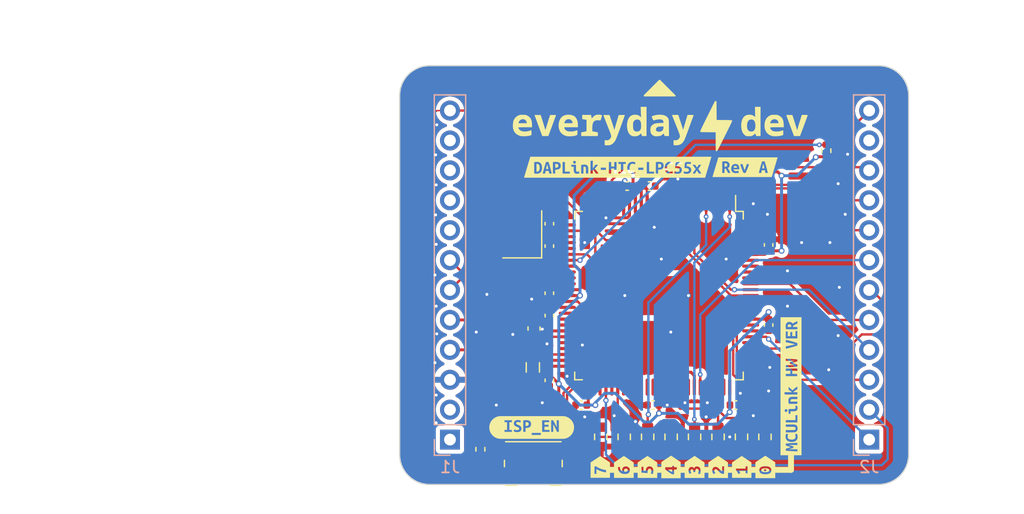
<source format=kicad_pcb>
(kicad_pcb (version 20221018) (generator pcbnew)
  (title_block (rev "Rev A"))
  (layers (0 "F.Cu" signal) (31 "B.Cu" signal) (34 "B.Paste" user) (35 "F.Paste" user) (36 "B.SilkS" user "B.Silkscreen") (37 "F.SilkS" user "F.Silkscreen") (38 "B.Mask" user) (39 "F.Mask" user) (44 "Edge.Cuts" user))
  (net 0 "")
  (net 1 "Net-(U2D-FB)")
  (net 2 "/TGT_TMS_SWDIO")
  (net 3 "/TGT_TCK_SWCLK")
  (net 4 "/TGT_TDO_SWO")
  (net 5 "/TGT_UART_RX")
  (net 6 "/TGT_TDI")
  (net 7 "/TGT_nRESET_FWRD")
  (net 8 "/TGT_UART_TX")
  (net 9 "/TGT_PWR_EN")
  (net 10 "/HIC_USB_N")
  (net 11 "/HIC_USB_P")
  (net 12 "/LED_MSC")
  (net 13 "/LED_CDC")
  (net 14 "/LED_HID")
  (net 15 "/LED_RUNNING")
  (net 16 "/ISP_EN-LED_A")
  (net 17 "/TGT_nRESET_OUT")
  (net 18 "+3V3")
  (net 19 "GND")
  (net 20 "VBUS")
  (net 21 "/HIC_TMS_SWDIO")
  (net 22 "/HIC_TCK_SWCLK")
  (net 23 "/HIC_TDO_SWO")
  (net 25 "/HIC_nRESET")
  (net 26 "Net-(U2D-LX)")
  (net 30 "/HW_VER_0")
  (net 32 "/HW_VER_1")
  (net 40 "/HW_VER_2")
  (net 41 "/HW_VER_3")
  (net 43 "/HW_VER_4")
  (net 46 "/16M_I")
  (net 47 "/16M_O")
  (net 49 "/HW_VER_5")
  (net 53 "/HW_VER_6")
  (net 63 "/HW_VER_7")
  (footprint "Capacitor_SMD:C_0402_1005Metric" (layer "F.Cu") (at 125.9 66.6)
    (fp_text reference "C5" hide)
    (fp_text value "0.1u")
  )
  (footprint "Resistor_SMD:R_0603_1608Metric" (layer "F.Cu") (at 135.6 87.9 90)
    (fp_text reference "R4" hide)
    (fp_text value "0R")
  )
  (footprint "Capacitor_SMD:C_0402_1005Metric" (layer "F.Cu") (at 119.3 83.1 90)
    (fp_text reference "C11" hide)
    (fp_text value "0.1u")
  )
  (footprint "kibuzzard-6548E80B" (layer "F.Cu") (at 135.9 65)
    (fp_text reference "kibuzzard-6548E80B" hide)
    (fp_text value "G***" hide)
  )
  (footprint "gld:everydaydev" (layer "F.Cu") (at 128.7 61.5)
    (fp_text reference "G***" hide)
    (fp_text value "LOGO" hide)
  )
  (footprint "Capacitor_SMD:C_0402_1005Metric" (layer "F.Cu") (at 127.8 66.6 180)
    (fp_text reference "C8" hide)
    (fp_text value "0.1u")
  )
  (footprint "Resistor_SMD:R_0603_1608Metric" (layer "F.Cu") (at 129.63 87.9 90)
    (fp_text reference "R7" hide)
    (fp_text value "0R")
  )
  (footprint "Capacitor_SMD:C_0402_1005Metric" (layer "F.Cu") (at 119.3 71.7 90)
    (fp_text reference "C13" hide)
    (fp_text value "18p")
  )
  (footprint "Resistor_SMD:R_0603_1608Metric" (layer "F.Cu") (at 127.64 87.9 90)
    (fp_text reference "R8" hide)
    (fp_text value "0R")
  )
  (footprint "daplink-hic-lpc55x:QFP-100_14x14_Pitch0.5mm" (layer "F.Cu") (at 128.6 75.9 -90)
    (fp_text reference "U2" hide)
    (fp_text value "LPC55x16JBD100")
  )
  (footprint "Inductor_SMD:L_0805_2012Metric" (layer "F.Cu") (at 117.9 82 -90)
    (fp_text reference "L1" hide)
    (fp_text value "4.7u")
  )
  (footprint "Resistor_SMD:R_0402_1005Metric" (layer "F.Cu") (at 113.45 88.95 -90)
    (fp_text reference "R2" hide)
    (fp_text value "10k")
  )
  (footprint "Capacitor_SMD:C_0402_1005Metric" (layer "F.Cu") (at 137.9 71.6 -90)
    (fp_text reference "C6" hide)
    (fp_text value "0.1u")
  )
  (footprint "Resistor_SMD:R_0402_1005Metric" (layer "F.Cu") (at 142.8 63.6 90)
    (fp_text reference "R1" hide)
    (fp_text value "10k")
  )
  (footprint "Capacitor_SMD:C_0603_1608Metric" (layer "F.Cu") (at 118 78.7 -90)
    (fp_text reference "C9" hide)
    (fp_text value "22u")
  )
  (footprint "kibuzzard-6567926F" (layer "F.Cu") (at 131.62 90.45 90)
    (fp_text reference "kibuzzard-6567926F" hide)
    (fp_text value "G***" hide)
  )
  (footprint "Resistor_SMD:R_0603_1608Metric" (layer "F.Cu") (at 131.62 87.9 90)
    (fp_text reference "R6" hide)
    (fp_text value "0R")
  )
  (footprint "Resistor_SMD:R_0603_1608Metric" (layer "F.Cu") (at 123.66 87.9 90)
    (fp_text reference "R10" hide)
    (fp_text value "0R")
  )
  (footprint "kibuzzard-6567926A" (layer "F.Cu") (at 129.62 90.45 90)
    (fp_text reference "kibuzzard-6567926A" hide)
    (fp_text value "G***" hide)
  )
  (footprint "Button_Switch_SMD:Panasonic_EVQPUJ_EVQPUA" (layer "F.Cu") (at 117.94 90.16 180)
    (fp_text reference "SW2" hide)
    (fp_text value "SW_Push")
  )
  (footprint "Resistor_SMD:R_0603_1608Metric" (layer "F.Cu") (at 125.65 87.9 90)
    (fp_text reference "R9" hide)
    (fp_text value "0R")
  )
  (footprint "Resistor_SMD:R_0603_1608Metric" (layer "F.Cu") (at 137.59 87.9 90)
    (fp_text reference "R3" hide)
    (fp_text value "0R")
  )
  (footprint "Capacitor_SMD:C_0402_1005Metric" (layer "F.Cu") (at 119.3 69.8 -90)
    (fp_text reference "C15" hide)
    (fp_text value "18p")
  )
  (footprint "kibuzzard-65679272" (layer "F.Cu") (at 133.62 90.45 90)
    (fp_text reference "kibuzzard-65679272" hide)
    (fp_text value "G***" hide)
  )
  (footprint "Capacitor_SMD:C_0402_1005Metric" (layer "F.Cu") (at 135.1 85.2 180)
    (fp_text reference "C1" hide)
    (fp_text value "0.1u")
  )
  (footprint "Resistor_SMD:R_0603_1608Metric" (layer "F.Cu") (at 133.61 87.9 90)
    (fp_text reference "R5" hide)
    (fp_text value "0R")
  )
  (footprint "Capacitor_SMD:C_0402_1005Metric" (layer "F.Cu") (at 137.9 78.4 90)
    (fp_text reference "C10" hide)
    (fp_text value "0.1u")
  )
  (footprint "kibuzzard-65679263" (layer "F.Cu") (at 125.62 90.45 90)
    (fp_text reference "kibuzzard-65679263" hide)
    (fp_text value "G***" hide)
  )
  (footprint "kibuzzard-6554FF4C" (layer "F.Cu") (at 117.8 87.1)
    (fp_text reference "kibuzzard-6554FF4C" hide)
    (fp_text value "G***" hide)
  )
  (footprint "kibuzzard-65679241" (layer "F.Cu") (at 123.62 90.45 90)
    (fp_text reference "kibuzzard-65679241" hide)
    (fp_text value "G***" hide)
  )
  (footprint "Capacitor_SMD:C_0402_1005Metric" (layer "F.Cu") (at 119.3 75.7 90)
    (fp_text reference "C7" hide)
    (fp_text value "0.1u")
  )
  (footprint "Capacitor_SMD:C_0402_1005Metric" (layer "F.Cu") (at 122 85.2)
    (fp_text reference "C2" hide)
    (fp_text value "0.1u")
  )
  (footprint "kibuzzard-65679267" (layer "F.Cu") (at 127.62 90.45 90)
    (fp_text reference "kibuzzard-65679267" hide)
    (fp_text value "G***" hide)
  )
  (footprint "Crystal:Crystal_SMD_3225-4Pin_3.2x2.5mm" (layer "F.Cu") (at 117 70.7 90)
    (fp_text reference "Y1" hide)
    (fp_text value "ABM8-16.000MHZ-B2-T")
  )
  (footprint "Capacitor_SMD:C_0402_1005Metric" (layer "F.Cu") (at 119.3 77.6 -90)
    (fp_text reference "C4" hide)
    (fp_text value "0.1u")
  )
  (footprint "Capacitor_SMD:C_0402_1005Metric" (layer "F.Cu") (at 128.1 85.2)
    (fp_text reference "C3" hide)
    (fp_text value "0.1u")
  )
  (footprint "kibuzzard-6548ED42" (layer "F.Cu") (at 125.1 65)
    (fp_text reference "kibuzzard-6548ED42" hide)
    (fp_text value "G***" hide)
  )
  (footprint "kibuzzard-6567927C" (layer "F.Cu") (at 137.62 90.45 90)
    (fp_text reference "kibuzzard-6567927C" hide)
    (fp_text value "G***" hide)
  )
  (footprint "kibuzzard-65679278" (layer "F.Cu") (at 135.62 90.45 90)
    (fp_text reference "kibuzzard-65679278" hide)
    (fp_text value "G***" hide)
  )
  (footprint "kibuzzard-656792B8" (layer "F.Cu") (at 139.8 83.6 90)
    (fp_text reference "kibuzzard-656792B8" hide)
    (fp_text value "G***" hide)
  )
  (footprint "Connector_PinHeader_2.54mm:PinHeader_1x12_P2.54mm_Vertical" (layer "B.Cu") (at 146.43 88.13)
    (fp_text reference "J2")
    (fp_text value "Conn_01x12_Socket")
  )
  (footprint "Connector_PinHeader_2.54mm:PinHeader_1x12_P2.54mm_Vertical" (layer "B.Cu") (at 110.87 88.13)
    (fp_text reference "J1")
    (fp_text value "Conn_01x12_Socket")
  )
  (gr_line (start 139.8 90.7) (end 138.4 90.7) (stroke (width 0.5)) (layer "F.SilkS"))
  (gr_line (start 139.8 89.4) (end 139.8 90.7) (stroke (width 0.5)) (layer "F.SilkS"))
  (gr_line (start 124.8 90.7) (end 124.4 90.7) (stroke (width 0.5)) (layer "F.SilkS"))
  (gr_line (start 134.8 90.7) (end 134.4 90.7) (stroke (width 0.5)) (layer "F.SilkS"))
  (gr_poly (pts (xy 128.65 57.65) (xy 127.38 58.92) (xy 129.92 58.92)) (stroke (width 0.15)) (fill solid) (layer "F.SilkS"))
  (gr_line (start 128.8 90.7) (end 128.4 90.7) (stroke (width 0.5)) (layer "F.SilkS"))
  (gr_line (start 130.8 90.7) (end 130.4 90.7) (stroke (width 0.5)) (layer "F.SilkS"))
  (gr_line (start 126.8 90.7) (end 126.4 90.7) (stroke (width 0.5)) (layer "F.SilkS"))
  (gr_line (start 136.8 90.7) (end 136.4 90.7) (stroke (width 0.5)) (layer "F.SilkS"))
  (gr_line (start 132.8 90.7) (end 132.4 90.7) (stroke (width 0.5)) (layer "F.SilkS"))
  (gr_line (start 147.24 56.38) (end 109.14 56.38) (stroke (width 0.1)) (layer "Edge.Cuts"))
  (gr_line (start 109.14 91.94) (end 147.24 91.94) (stroke (width 0.1)) (layer "Edge.Cuts"))
  (gr_line (start 149.78 89.4) (end 149.78 58.92) (stroke (width 0.1)) (layer "Edge.Cuts"))
  (gr_arc (start 109.14 91.94) (mid 107.343949 91.196051) (end 106.6 89.4) (stroke (width 0.1)) (layer "Edge.Cuts"))
  (gr_line (start 106.6 89.4) (end 106.6 58.92) (stroke (width 0.1)) (layer "Edge.Cuts"))
  (gr_arc (start 149.78 89.4) (mid 149.036051 91.196051) (end 147.24 91.94) (stroke (width 0.1)) (layer "Edge.Cuts"))
  (gr_arc (start 106.6 58.92) (mid 107.343949 57.123949) (end 109.14 56.38) (stroke (width 0.1)) (layer "Edge.Cuts"))
  (gr_arc (start 147.24 56.38) (mid 149.036051 57.123949) (end 149.78 58.92) (stroke (width 0.1)) (layer "Edge.Cuts"))
  (segment (start 121.9 79.4) (end 120.825 79.4) (width 0.2) (layer "F.Cu") (net 1))
  (segment (start 118.075 79.4) (end 118 79.475) (width 0.2) (layer "F.Cu") (net 1))
  (segment (start 120.825 76.4) (end 121.7 76.4) (width 0.2) (layer "F.Cu") (net 1))
  (segment (start 120.825 79.4) (end 118.075 79.4) (width 0.2) (layer "F.Cu") (net 1))
  (segment (start 121.7 76.4) (end 122.2 76.9) (width 0.2) (layer "F.Cu") (net 1))
  (segment (start 117.9 80.9375) (end 117.9 79.575) (width 0.2) (layer "F.Cu") (net 1))
  (segment (start 122.2 79.1) (end 121.9 79.4) (width 0.2) (layer "F.Cu") (net 1))
  (segment (start 117.9 79.575) (end 118 79.475) (width 0.2) (layer "F.Cu") (net 1))
  (segment (start 122.2 76.9) (end 122.2 79.1) (width 0.2) (layer "F.Cu") (net 1))
  (segment (start 136.375 79.4) (end 137.7 79.4) (width 0.2) (layer "F.Cu") (net 2))
  (segment (start 137.7 79.4) (end 137.9 79.6) (width 0.2) (layer "F.Cu") (net 2))
  (via (at 137.9 79.6) (size 0.45) (drill 0.25) (layers "F.Cu" "B.Cu") (net 2))
  (segment (start 137.9 79.6) (end 146.43 88.13) (width 0.2) (layer "B.Cu") (net 2))
  (segment (start 124.1 84.8) (end 124.1 83.675) (width 0.2) (layer "F.Cu") (net 3))
  (via (at 124.1 84.8) (size 0.45) (drill 0.25) (layers "F.Cu" "B.Cu") (net 3))
  (segment (start 148 87.16) (end 148 88.4) (width 0.2) (layer "B.Cu") (net 3))
  (segment (start 148 88.6632) (end 148 89.8) (width 0.2) (layer "B.Cu") (net 3))
  (segment (start 124.2 89.5) (end 124.1 89.4) (width 0.2) (layer "B.Cu") (net 3))
  (segment (start 147.5 90.3) (end 146 90.3) (width 0.2) (layer "B.Cu") (net 3))
  (segment (start 125 90.3) (end 124.2 89.5) (width 0.2) (layer "B.Cu") (net 3))
  (segment (start 146 90.3) (end 125 90.3) (width 0.2) (layer "B.Cu") (net 3))
  (segment (start 148 88.4) (end 148 88.6632) (width 0.2) (layer "B.Cu") (net 3))
  (segment (start 146.43 85.59) (end 148 87.16) (width 0.2) (layer "B.Cu") (net 3))
  (segment (start 124.1 89.4) (end 124.1 84.8) (width 0.2) (layer "B.Cu") (net 3))
  (segment (start 148 89.8) (end 147.5 90.3) (width 0.2) (layer "B.Cu") (net 3))
  (segment (start 135.2 78.6) (end 135.4 78.4) (width 0.2) (layer "F.Cu") (net 4))
  (segment (start 135.75 83.05) (end 135.2 82.5) (width 0.2) (layer "F.Cu") (net 4))
  (segment (start 146.43 83.05) (end 135.75 83.05) (width 0.2) (layer "F.Cu") (net 4))
  (segment (start 135.2 82.5) (end 135.2 78.6) (width 0.2) (layer "F.Cu") (net 4))
  (segment (start 135.4 78.4) (end 136.375 78.4) (width 0.2) (layer "F.Cu") (net 4))
  (segment (start 145.8 79.2) (end 144.6 80.4) (width 0.2) (layer "F.Cu") (net 5))
  (segment (start 146.63 75.43) (end 147.8 76.6) (width 0.2) (layer "F.Cu") (net 5))
  (segment (start 147.8 76.6) (end 147.8 78.5) (width 0.2) (layer "F.Cu") (net 5))
  (segment (start 147.1 79.2) (end 145.8 79.2) (width 0.2) (layer "F.Cu") (net 5))
  (segment (start 144.6 80.4) (end 136.375 80.4) (width 0.2) (layer "F.Cu") (net 5))
  (segment (start 147.8 78.5) (end 147.1 79.2) (width 0.2) (layer "F.Cu") (net 5))
  (segment (start 146.43 75.43) (end 146.63 75.43) (width 0.2) (layer "F.Cu") (net 5))
  (segment (start 131.6 72.3) (end 131.6 68.125) (width 0.2) (layer "F.Cu") (net 6))
  (segment (start 134.7 75.4) (end 131.6 72.3) (width 0.2) (layer "F.Cu") (net 6))
  (segment (start 135 75.4) (end 134.7 75.4) (width 0.2) (layer "F.Cu") (net 6))
  (via (at 135 75.4) (size 0.45) (drill 0.25) (layers "F.Cu" "B.Cu") (net 6))
  (segment (start 141.32 75.4) (end 146.43 80.51) (width 0.2) (layer "B.Cu") (net 6))
  (segment (start 135 75.4) (end 141.32 75.4) (width 0.2) (layer "B.Cu") (net 6))
  (segment (start 132.1 83.675) (end 132.1 82.6) (width 0.2) (layer "F.Cu") (net 8))
  (via (at 132.1 82.6) (size 0.4) (drill 0.2) (layers "F.Cu" "B.Cu") (net 8))
  (segment (start 146.43 72.89) (end 136.742051 72.89) (width 0.2) (layer "B.Cu") (net 8))
  (segment (start 132.1 77.532051) (end 132.1 82.6) (width 0.2) (layer "B.Cu") (net 8))
  (segment (start 136.742051 72.89) (end 132.1 77.532051) (width 0.2) (layer "B.Cu") (net 8))
  (segment (start 111.9 74.4) (end 110.87 75.43) (width 0.2) (layer "F.Cu") (net 10))
  (segment (start 120.825 74.4) (end 111.9 74.4) (width 0.2) (layer "F.Cu") (net 10))
  (segment (start 120.825 73.9) (end 111.88 73.9) (width 0.2) (layer "F.Cu") (net 11))
  (segment (start 111.88 73.9) (end 110.87 72.89) (width 0.2) (layer "F.Cu") (net 11))
  (segment (start 134.7 75.9) (end 136.375 75.9) (width 0.2) (layer "F.Cu") (net 16))
  (segment (start 130 71.2) (end 134.7 75.9) (width 0.2) (layer "F.Cu") (net 16))
  (segment (start 115.315 89.31) (end 120.565 89.31) (width 0.2) (layer "F.Cu") (net 16))
  (segment (start 113.09 60.19) (end 124.1 71.2) (width 0.2) (layer "F.Cu") (net 16))
  (segment (start 110.87 60.19) (end 113.09 60.19) (width 0.2) (layer "F.Cu") (net 16))
  (segment (start 113.45 89.46) (end 109.66 89.46) (width 0.127) (layer "F.Cu") (net 16))
  (segment (start 109.66 89.46) (end 109.2 89) (width 0.127) (layer "F.Cu") (net 16))
  (segment (start 109.2 60.75) (end 109.76 60.19) (width 0.127) (layer "F.Cu") (net 16))
  (segment (start 124.1 71.2) (end 130 71.2) (width 0.2) (layer "F.Cu") (net 16))
  (segment (start 109.76 60.19) (end 110.87 60.19) (width 0.127) (layer "F.Cu") (net 16))
  (segment (start 115.315 89.31) (end 113.6 89.31) (width 0.2) (layer "F.Cu") (net 16))
  (segment (start 109.2 89) (end 109.2 60.75) (width 0.127) (layer "F.Cu") (net 16))
  (segment (start 113.6 89.31) (end 113.45 89.46) (width 0.2) (layer "F.Cu") (net 16))
  (segment (start 142.77 77.97) (end 146.43 77.97) (width 0.2) (layer "F.Cu") (net 17))
  (segment (start 139.7 74.9) (end 142.77 77.97) (width 0.2) (layer "F.Cu") (net 17))
  (segment (start 136.375 74.9) (end 139.7 74.9) (width 0.2) (layer "F.Cu") (net 17))
  (segment (start 127.1 68.125) (end 127.1 66.82) (width 0.25) (layer "F.Cu") (net 18))
  (segment (start 112.71 80.51) (end 113.45 81.25) (width 0.25) (layer "F.Cu") (net 18))
  (segment (start 117.7 88.4) (end 113.49 88.4) (width 0.25) (layer "F.Cu") (net 18))
  (segment (start 122.6 83.675) (end 122.6 85.08) (width 0.25) (layer "F.Cu") (net 18))
  (segment (start 119.3 81.9) (end 119.3 82.62) (width 0.25) (layer "F.Cu") (net 18))
  (segment (start 127.1 66.82) (end 127.32 66.6) (width 0.25) (layer "F.Cu") (net 18))
  (segment (start 120.825 81.4) (end 119.5 81.4) (width 0.25) (layer "F.Cu") (net 18))
  (segment (start 139 72.1) (end 137.92 72.1) (width 0.25) (layer "F.Cu") (net 18))
  (segment (start 134.62 85.78) (end 134.6 85.8) (width 0.25) (layer "F.Cu") (net 18))
  (segment (start 113.49 88.4) (end 113.45 88.44) (width 0.25) (layer "F.Cu") (net 18))
  (segment (start 134.62 85.2) (end 134.62 85.78) (width 0.25) (layer "F.Cu") (net 18))
  (segment (start 119.5 81.4) (end 119.3 81.6) (width 0.25) (layer "F.Cu") (net 18))
  (segment (start 126.4 66.58) (end 126.38 66.6) (width 0.25) (layer "F.Cu") (net 18))
  (segment (start 137.9 77.92) (end 137.9 77.3) (width 0.25) (layer "F.Cu") (net 18))
  (segment (start 138.6789 65.4) (end 126.7211 65.4) (width 0.25) (layer "F.Cu") (net 18))
  (segment (start 122.6 85.08) (end 122.48 85.2) (width 0.25) (layer "F.Cu") (net 18))
  (segment (start 136.375 72.4) (end 137.58 72.4) (width 0.25) (layer "F.Cu") (net 18))
  (segment (start 136.375 71.9) (end 137.72 71.9) (width 0.25) (layer "F.Cu") (net 18))
  (segment (start 119.5 78.9) (end 120.825 78.9) (width 0.25) (layer "F.Cu") (net 18))
  (segment (start 131.6 82.7) (end 131.6 83.675) (width 0.25) (layer "F.Cu") (net 18))
  (segment (start 119.3 78.7) (end 119.5 78.9) (width 0.25) (layer "F.Cu") (net 18))
  (segment (start 128.6 85.22) (end 128.58 85.2) (width 0.25) (layer "F.Cu") (net 18))
  (segment (start 141.9 64.15) (end 141.94 64.11) (width 0.25) (layer "F.Cu") (net 18))
  (segment (start 131.3 82.4) (end 131.6 82.7) (width 0.25) (layer "F.Cu") (net 18))
  (segment (start 112.71 80.51) (end 112.71 80.49) (width 0.25) (layer "F.Cu") (net 18))
  (segment (start 137.88 77.9) (end 137.9 77.92) (width 0.25) (layer "F.Cu") (net 18))
  (segment (start 128.6 83.675) (end 128.6 85.18) (width 0.25) (layer "F.Cu") (net 18))
  (segment (start 121.9 75.9) (end 120.825 75.9) (width 0.25) (layer "F.Cu") (net 18))
  (segment (start 123.3 69.8) (end 126 69.8) (width 0.25) (layer "F.Cu") (net 18))
  (segment (start 110.87 80.51) (end 112.71 80.51) (width 0.25) (layer "F.Cu") (net 18))
  (segment (start 136.375 69.9) (end 135.4 69.9) (width 0.25) (layer "F.Cu") (net 18))
  (segment (start 139 65.7211) (end 138.6789 65.4) (width 0.25) (layer "F.Cu") (net 18))
  (segment (start 118.32 77.1) (end 119.3 78.08) (width 0.25) (layer "F.Cu") (net 18))
  (segment (start 112.71 80.49) (end 116.1 77.1) (width 0.25) (layer "F.Cu") (net 18))
  (segment (start 136.375 77.9) (end 137.88 77.9) (width 0.25) (layer "F.Cu") (net 18))
  (segment (start 119.3 78.08) (end 119.3 78.7) (width 0.25) (layer "F.Cu") (net 18))
  (segment (start 128.6 85.9) (end 128.6 85.22) (width 0.25) (layer "F.Cu") (net 18))
  (segment (start 119.3 81.6) (end 119.3 81.9) (width 0.25) (layer "F.Cu") (net 18))
  (segment (start 127.6 68.125) (end 127.6 66.88) (width 0.25) (layer "F.Cu") (net 18))
  (segment (start 122.6 69.1) (end 123.3 69.8) (width 0.25) (layer "F.Cu") (net 18))
  (segment (start 128.6 83.675) (end 128.6 82.7) (width 0.25) (layer "F.Cu") (net 18))
  (segment (start 116.1 77.1) (end 118.32 77.1) (width 0.25) (layer "F.Cu") (net 18))
  (segment (start 134.6 83.675) (end 134.6 85.18) (width 0.25) (layer "F.Cu") (net 18))
  (segment (start 120.1 83.4) (end 120.1 86) (width 0.25) (layer "F.Cu") (net 18))
  (segment (start 122.6 68.125) (end 122.6 69.1) (width 0.25) (layer "F.Cu") (net 18))
  (segment (start 137.72 71.9) (end 137.9 72.08) (width 0.25) (layer "F.Cu") (net 18))
  (segment (start 119.32 82.62) (end 120.1 83.4) (width 0.25) (layer "F.Cu") (net 18))
  (segment (start 128.6 85.18) (end 128.58 85.2) (width 0.25) (layer "F.Cu") (net 18))
  (segment (start 119.3 82.62) (end 119.32 82.62) (width 0.25) (layer "F.Cu") (net 18))
  (segment (start 137.92 72.1) (end 137.9 72.08) (width 0.25) (layer "F.Cu") (net 18))
  (segment (start 126.6 68.125) (end 126.6 66.82) (width 0.25) (layer "F.Cu") (net 18))
  (segment (start 128.9 82.4) (end 131.3 82.4) (width 0.25) (layer "F.Cu") (net 18))
  (segment (start 135.2 70.1) (end 135.2 71.7) (width 0.25) (layer "F.Cu") (net 18))
  (segment (start 126.6 66.82) (end 126.38 66.6) (width 0.25) (layer "F.Cu") (net 18))
  (segment (start 126 69.8) (end 126.6 69.2) (width 0.25) (layer "F.Cu") (net 18))
  (segment (start 137.58 72.4) (end 137.9 72.08) (width 0.25) (layer "F.Cu") (net 18))
  (segment (start 128.6 82.7) (end 128.9 82.4) (width 0.25) (layer "F.Cu") (net 18))
  (segment (start 113.45 81.25) (end 113.45 88.44) (width 0.25) (layer "F.Cu") (net 18))
  (segment (start 135.4 69.9) (end 135.2 70.1) (width 0.25) (layer "F.Cu") (net 18))
  (segment (start 126.6 69.2) (end 126.6 68.125) (width 0.25) (layer "F.Cu") (net 18))
  (segment (start 122.48 85.2) (end 123.2 85.2) (width 0.25) (layer "F.Cu") (net 18))
  (segment (start 126.7211 65.4) (end 126.4 65.7211) (width 0.25) (layer "F.Cu") (net 18))
  (segment (start 120.1 86) (end 117.7 88.4) (width 0.25) (layer "F.Cu") (net 18))
  (segment (start 141.94 64.11) (end 142.8 64.11) (width 0.25) (layer "F.Cu") (net 18))
  (segment (start 135.4 71.9) (end 136.375 71.9) (width 0.25) (layer "F.Cu") (net 18))
  (segment (start 135.2 71.7) (end 135.4 71.9) (width 0.25) (layer "F.Cu") (net 18))
  (segment (start 120.825 81.9) (end 119.3 81.9) (width 0.25) (layer "F.Cu") (net 18))
  (segment (start 127.6 66.88) (end 127.32 66.6) (width 0.25) (layer "F.Cu") (net 18))
  (segment (start 134.6 85.18) (end 134.62 85.2) (width 0.25) (layer "F.Cu") (net 18))
  (segment (start 126.4 65.7211) (end 126.4 66.58) (width 0.25) (layer "F.Cu") (net 18))
  (via (at 137.9 77.3) (size 0.5) (drill 0.3) (layers "F.Cu" "B.Cu") (net 18))
  (via (at 120.1 83.4) (size 0.5) (drill 0.3) (layers "F.Cu" "B.Cu") (net 18))
  (via (at 141.9 64.15) (size 0.5) (drill 0.3) (layers "F.Cu" "B.Cu") (net 18))
  (via (at 121.9 75.9) (size 0.5) (drill 0.3) (layers "F.Cu" "B.Cu") (net 18))
  (via (at 123.2 85.2) (size 0.5) (drill 0.3) (layers "F.Cu" "B.Cu") (net 18))
  (via (at 128.6 85.9) (size 0.5) (drill 0.3) (layers "F.Cu" "B.Cu") (net 18))
  (via (at 126.4 65.7211) (size 0.5) (drill 0.3) (layers "F.Cu" "B.Cu") (net 18))
  (via (at 139 65.7211) (size 0.5) (drill 0.3) (layers "F.Cu" "B.Cu") (net 18))
  (via (at 139 72.1) (size 0.5) (drill 0.3) (layers "F.Cu" "B.Cu") (net 18))
  (via (at 134.6 85.8) (size 0.5) (drill 0.3) (layers "F.Cu" "B.Cu") (net 18))
  (segment (start 120.1 77.7) (end 121.9 75.9) (width 0.25) (layer "B.Cu") (net 18))
  (segment (start 121.4 67.4) (end 123.1 65.7) (width 0.25) (layer "B.Cu") (net 18))
  (segment (start 127.876704 86.6266) (end 128.6 85.903304) (width 0.25) (layer "B.Cu") (net 18))
  (segment (start 131.1266 86.8266) (end 133.5734 86.8266) (width 0.25) (layer "B.Cu") (net 18))
  (segment (start 123.2 85.2) (end 123.2 85) (width 0.25) (layer "B.Cu") (net 18))
  (segment (start 127.3 86.6) (end 127.3266 86.6266) (width 0.25) (layer "B.Cu") (net 18))
  (segment (start 140.3289 65.7211) (end 139 65.7211) (width 0.25) (layer "B.Cu") (net 18))
  (segment (start 128.6 85.9) (end 130.2 85.9) (width 0.25) (layer "B.Cu") (net 18))
  (segment (start 124 84.2) (end 124.5 84.2) (width 0.25) (layer "B.Cu") (net 18))
  (segment (start 121.9 73.8) (end 121.4 73.3) (width 0.25) (layer "B.Cu") (net 18))
  (segment (start 130.2 85.9) (end 131.1 86.8) (width 0.25) (layer "B.Cu") (net 18))
  (segment (start 139 72.1) (end 139 65.7211) (width 0.25) (layer "B.Cu") (net 18))
  (segment (start 123.2 85) (end 124 84.2) (width 0.25) (layer "B.Cu") (net 18))
  (segment (start 128.6 85.903304) (end 128.6 85.9) (width 0.25) (layer "B.Cu") (net 18))
  (segment (start 127.3266 86.6266) (end 127.876704 86.6266) (width 0.25) (layer "B.Cu") (net 18))
  (segment (start 124.9 84.2) (end 127.3 86.6) (width 0.25) (layer "B.Cu") (net 18))
  (segment (start 120.1 83.4) (end 120.1 77.7) (width 0.25) (layer "B.Cu") (net 18))
  (segment (start 141.9 64.15) (end 140.3289 65.7211) (width 0.25) (layer "B.Cu") (net 18))
  (segment (start 123.2 85.2) (end 121.9 85.2) (width 0.25) (layer "B.Cu") (net 18))
  (segment (start 121.9 75.9) (end 121.9 73.8) (width 0.25) (layer "B.Cu") (net 18))
  (segment (start 121.4 73.3) (end 121.4 67.4) (width 0.25) (layer "B.Cu") (net 18))
  (segment (start 121.9 85.2) (end 120.1 83.4) (width 0.25) (layer "B.Cu") (net 18))
  (segment (start 131.1 86.8) (end 131.1266 86.8266) (width 0.25) (layer "B.Cu") (net 18))
  (segment (start 126.3789 65.7) (end 126.4 65.7211) (width 0.25) (layer "B.Cu") (net 18))
  (segment (start 134.6 85.8) (end 134.6 80.6) (width 0.25) (layer "B.Cu") (net 18))
  (segment (start 123.1 65.7) (end 126.3789 65.7) (width 0.25) (layer "B.Cu") (net 18))
  (segment (start 134.6 80.6) (end 137.9 77.3) (width 0.25) (layer "B.Cu") (net 18))
  (segment (start 133.5734 86.8266) (end 134.6 85.8) (width 0.25) (layer "B.Cu") (net 18))
  (segment (start 124.5 84.2) (end 124.9 84.2) (width 0.25) (layer "B.Cu") (net 18))
  (segment (start 119.3 76.18) (end 120.08 75.4) (width 0.25) (layer "F.Cu") (net 19))
  (segment (start 128.88 66) (end 130.2 66) (width 0.25) (layer "F.Cu") (net 19))
  (segment (start 125.42 66.6) (end 125.42 66.4311) (width 0.25) (layer "F.Cu") (net 19))
  (segment (start 121.53 73.4) (end 122 73.87) (width 0.25) (layer "F.Cu") (net 19))
  (segment (start 121.8 80.4) (end 122.1 80.1) (width 0.25) (layer "F.Cu") (net 19))
  (segment (start 121.8 75.4) (end 120.825 75.4) (width 0.25) (layer "F.Cu") (net 19))
  (segment (start 121.52 85.2) (end 121.52 85.62) (width 0.25) (layer "F.Cu") (net 19))
  (segment (start 119.5 73.4) (end 119.3 73.2) (width 0.25) (layer "F.Cu") (net 19))
  (segment (start 120.08 75.4) (end 120.825 75.4) (width 0.25) (layer "F.Cu") (net 19))
  (segment (start 125.9 69.3) (end 125.6 69.3) (width 0.25) (layer "F.Cu") (net 19))
  (segment (start 122 75.2) (end 121.8 75.4) (width 0.25) (layer "F.Cu") (net 19))
  (segment (start 125.6 68.125) (end 125.6 66.78) (width 0.25) (layer "F.Cu") (net 19))
  (segment (start 125.6 66.78) (end 125.42 66.6) (width 0.25) (layer "F.Cu") (net 19))
  (segment (start 118.7 78.75) (end 118.7 78.625) (width 0.25) (layer "F.Cu") (net 19))
  (segment (start 120.825 73.4) (end 121.53 73.4) (width 0.25) (layer "F.Cu") (net 19))
  (segment (start 126.1 68.125) (end 126.1 69.1) (width 0.25) (layer "F.Cu") (net 19))
  (segment (start 126.1 69.1) (end 125.9 69.3) (width 0.25) (layer "F.Cu") (net 19))
  (segment (start 118.7 78.625) (end 118 77.925) (width 0.25) (layer "F.Cu") (net 19))
  (segment (start 125.6 68.125) (end 125.6 69.3) (width 0.25) (layer "F.Cu") (net 19))
  (segment (start 121.52 85.62) (end 122.1 86.2) (width 0.25) (layer "F.Cu") (net 19))
  (segment (start 120.825 73.4) (end 119.5 73.4) (width 0.25) (layer "F.Cu") (net 19))
  (segment (start 137.8 70.4) (end 137.9 70.5) (width 0.25) (layer "F.Cu") (net 19))
  (segment (start 136.375 70.4) (end 137.8 70.4) (width 0.25) (layer "F.Cu") (net 19))
  (segment (start 120.825 80.4) (end 121.8 80.4) (width 0.25) (layer "F.Cu") (net 19))
  (segment (start 122 73.87) (end 122 75.2) (width 0.25) (layer "F.Cu") (net 19))
  (segment (start 125.42 66.4311) (end 125.7 66.1511) (width 0.25) (layer "F.Cu") (net 19))
  (segment (start 120.825 79.9) (end 121.9 79.9) (width 0.25) (layer "F.Cu") (net 19))
  (segment (start 121.9 79.9) (end 122.1 80.1) (width 0.25) (layer "F.Cu") (net 19))
  (segment (start 119.3 73.2) (end 119.3 72.18) (width 0.25) (layer "F.Cu") (net 19))
  (segment (start 137.9 70.5) (end 137.9 71.12) (width 0.25) (layer "F.Cu") (net 19))
  (segment (start 125.6 69.3) (end 124.1 69.3) (width 0.25) (layer "F.Cu") (net 19))
  (segment (start 128.28 66.6) (end 128.88 66) (width 0.25) (layer "F.Cu") (net 19))
  (segment (start 122.1 86.2) (end 122.3 86.2) (width 0.25) (layer "F.Cu") (net 19))
  (via (at 109.7 66.5) (size 0.45) (drill 0.25) (layers "F.Cu" "B.Cu") (net 19))
  (via (at 130.8 85) (size 0.45) (drill 0.25) (layers "F.Cu" "B.Cu") (net 19))
  (via (at 109.7 84.35) (size 0.45) (drill 0.25) (layers "F.Cu" "B.Cu") (net 19))
  (via (at 125.7 66.1511) (size 0.45) (drill 0.25) (layers "F.Cu" "B.Cu") (net 19))
  (via (at 116.2 79.2) (size 0.45) (drill 0.25) (layers "F.Cu" "B.Cu") (net 19))
  (via (at 144.4 69) (size 0.45) (drill 0.25) (layers "F.Cu" "B.Cu") (net 19))
  (via (at 137.9 84) (size 0.45) (drill 0.25) (layers "F.Cu" "B.Cu") (net 19))
  (via (at 132.6 86.2) (size 0.45) (drill 0.25) (layers "F.Cu" "B.Cu") (net 19))
  (via (at 132.7 85) (size 0.45) (drill 0.25) (layers "F.Cu" "B.Cu") (net 19))
  (via (at 129.6 79) (size 0.45) (drill 0.25) (layers "F.Cu" "B.Cu") (net 19))
  (via (at 131.1 75.9) (size 0.45) (drill 0.25) (layers "F.Cu" "B.Cu") (net 19))
  (via (at 117.8 76.2) (size 0.45) (drill 0.25) (layers "F.Cu" "B.Cu") (net 19))
  (via (at 128.8 72.8) (size 0.45) (drill 0.25) (layers "F.Cu" "B.Cu") (net 19))
  (via (at 109.75 79.15) (size 0.45) (drill 0.25) (layers "F.Cu" "B.Cu") (net 19))
  (via (at 136.6 86.1) (size 0.45) (drill 0.25) (layers "F.Cu" "B.Cu") (net 19))
  (via (at 113.1 79) (size 0.45) (drill 0.25) (layers "F.Cu" "B.Cu") (net 19))
  (via (at 125.7 75.9) (size 0.45) (drill 0.25) (layers "F.Cu" "B.Cu") (net 19))
  (via (at 139.5 76.8) (size 0.45) (drill 0.25) (layers "F.Cu" "B.Cu") (net 19))
  (via (at 143.8 66.4) (size 0.45) (drill 0.25) (layers "F.Cu" "B.Cu") (net 19))
  (via (at 118.7 85) (size 0.45) (drill 0.25) (layers "F.Cu" "B.Cu") (net 19))
  (via (at 109.6 81.6) (size 0.45) (drill 0.25) (layers "F.Cu" "B.Cu") (net 19))
  (via (at 122.3 71.4) (size 0.45) (drill 0.25) (layers "F.Cu" "B.Cu") (net 19))
  (via (at 109.65 63.95) (size 0.45) (drill 0.25) (layers "F.Cu" "B.Cu") (net 19))
  (via (at 144.6 63.9) (size 0.45) (drill 0.25) (layers "F.Cu" "B.Cu") (net 19))
  (via (at 143 82.2) (size 0.45) (drill 0.25) (layers "F.Cu" "B.Cu") (net 19))
  (via (at 137.8 69) (size 0.45) (drill 0.25) (layers "F.Cu" "B.Cu") (net 19))
  (via (at 109.7 86.7) (size 0.45) (drill 0.25) (layers "F.Cu" "B.Cu") (net 19))
  (via (at 136.6 68.1) (size 0.45) (drill 0.25) (layers "F.Cu" "B.Cu") (net 19))
  (via (at 139.5 73.8) (size 0.45) (drill 0.25) (layers "F.Cu" "B.Cu") (net 19))
  (via (at 114.8 85.2) (size 0.45) (drill 0.25) (layers "F.Cu" "B.Cu") (net 19))
  (via (at 126.6 86.6) (size 0.45) (drill 0.25) (layers "F.Cu" "B.Cu") (net 19))
  (via (at 134.6 87.9) (size 0.45) (drill 0.25) (layers "F.Cu" "B.Cu") (net 19))
  (via (at 143.8 79.3) (size 0.45) (drill 0.25) (layers "F.Cu" "B.Cu") (net 19))
  (via (at 109.6 74.15) (size 0.45) (drill 0.25) (layers "F.Cu" "B.Cu") (net 19))
  (via (at 128.2 70.1) (size 0.45) (drill 0.25) (layers "F.Cu" "B.Cu") (net 19))
  (via (at 130.2 66) (size 0.45) (drill 0.25) (layers "F.Cu" "B.Cu") (net 19))
  (via (at 124.8 86.1) (size 0.45) (drill 0.25) (layers "F.Cu" "B.Cu") (net 19))
  (via (at 143.1 71.4) (size 0.45) (drill 0.25) (layers "F.Cu" "B.Cu") (net 19))
  (via (at 120.8 82.75) (size 0.45) (drill 0.25) (layers "F.Cu" "B.Cu") (net 19))
  (via (at 109.7 71.55) (size 0.45) (drill 0.25) (layers "F.Cu" "B.Cu") (net 19))
  (via (at 118.7 78.75) (size 0.45) (drill 0.25) (layers "F.Cu" "B.Cu") (net 19))
  (via (at 119.1 80) (size 0.45) (drill 0.25) (layers "F.Cu" "B.Cu") (net 19))
  (via (at 114 75.8) (size 0.45) (drill 0.25) (layers "F.Cu" "B.Cu") (net 19))
  (via (at 109.75 61.4) (size 0.45) (drill 0.25) (layers "F.Cu" "B.Cu") (net 19))
  (via (at 138 82) (size 0.45) (drill 0.25) (layers "F.Cu" "B.Cu") (net 19))
  (via (at 135.5 84.2) (size 0.45) (drill 0.25) (layers "F.Cu" "B.Cu") (net 19))
  (via (at 134.3 72.8) (size 0.45) (drill 0.25) (layers "F.Cu" "B.Cu") (net 19))
  (via (at 122.3 86.2) (size 0.45) (drill 0.25) (layers "F.Cu" "B.Cu") (net 19))
  (via (at 124.1 69.3) (size 0.45) (drill 0.25) (layers "F.Cu" "B.Cu") (net 19))
  (via (at 129.3 85.2) (size 0.45) (drill 0.25) (layers "F.Cu" "B.Cu") (net 19))
  (via (at 143.9 75.2) (size 0.45) (drill 0.25) (layers "F.Cu" "B.Cu") (net 19))
  (via (at 109.7 76.8) (size 0.45) (drill 0.25) (layers "F.Cu" "B.Cu") (net 19))
  (via (at 122.1 80.1) (size 0.45) (drill 0.25) (layers "F.Cu" "B.Cu") (net 19))
  (via (at 140.7 71.4) (size 0.45) (drill 0.25) (layers "F.Cu" "B.Cu") (net 19))
  (via (at 109.65 69.05) (size 0.45) (drill 0.25) (layers "F.Cu" "B.Cu") (net 19))
  (segment (start 110.87 77.97) (end 114.53 77.97) (width 0.25) (layer "F.Cu") (net 20))
  (segment (start 120.825 74.9) (end 119.62 74.9) (width 0.25) (layer "F.Cu") (net 20))
  (segment (start 119.28 75.2) (end 119.3 75.22) (width 0.25) (layer "F.Cu") (net 20))
  (segment (start 117.3 75.2) (end 119.28 75.2) (width 0.25) (layer "F.Cu") (net 20))
  (segment (start 114.53 77.97) (end 117.3 75.2) (width 0.25) (layer "F.Cu") (net 20))
  (segment (start 119.62 74.9) (end 119.3 75.22) (width 0.25) (layer "F.Cu") (net 20))
  (segment (start 146.43 70.35) (end 144.05 70.35) (width 0.2) (layer "F.Cu") (net 21))
  (segment (start 129.6 66.8) (end 129.1 67.3) (width 0.2) (layer "F.Cu") (net 21))
  (segment (start 140.5 66.8) (end 129.6 66.8) (width 0.2) (layer "F.Cu") (net 21))
  (segment (start 144.05 70.35) (end 140.5 66.8) (width 0.2) (layer "F.Cu") (net 21))
  (segment (start 129.1 67.3) (end 129.1 68.125) (width 0.2) (layer "F.Cu") (net 21))
  (segment (start 141.936527 67.81) (end 146.43 67.81) (width 0.2) (layer "F.Cu") (net 22))
  (segment (start 128.6 67.3) (end 129.4016 66.4984) (width 0.2) (layer "F.Cu") (net 22))
  (segment (start 140.624926 66.4984) (end 141.936527 67.81) (width 0.2) (layer "F.Cu") (net 22))
  (segment (start 129.4016 66.4984) (end 140.624926 66.4984) (width 0.2) (layer "F.Cu") (net 22))
  (segment (start 128.6 68.125) (end 128.6 67.3) (width 0.2) (layer "F.Cu") (net 22))
  (segment (start 146.43 65.27) (end 146.16 65) (width 0.2) (layer "F.Cu") (net 23))
  (segment (start 124.6 66.1) (end 124.6 68.125) (width 0.2) (layer "F.Cu") (net 23))
  (segment (start 146.16 65) (end 125.7 65) (width 0.2) (layer "F.Cu") (net 23))
  (segment (start 125.7 65) (end 124.6 66.1) (width 0.2) (layer "F.Cu") (net 23))
  (segment (start 142.79 63.1) (end 142.8 63.09) (width 0.2) (layer "F.Cu") (net 25))
  (segment (start 120.825 72.9) (end 121.9 72.9) (width 0.2) (layer "F.Cu") (net 25))
  (segment (start 143.53 63.09) (end 142.8 63.09) (width 0.2) (layer "F.Cu") (net 25))
  (segment (start 146.43 60.19) (end 143.53 63.09) (width 0.2) (layer "F.Cu") (net 25))
  (segment (start 142.2 63.1) (end 142.79 63.1) (width 0.2) (layer "F.Cu") (net 25))
  (via (at 142.2 63.1) (size 0.4) (drill 0.2) (layers "F.Cu" "B.Cu") (net 25))
  (via (at 121.9 72.9) (size 0.45) (drill 0.25) (layers "F.Cu" "B.Cu") (net 25))
  (segment (start 131.7 63.1) (end 142.2 63.1) (width 0.2) (layer "B.Cu") (net 25))
  (segment (start 121.9 72.9) (end 131.7 63.1) (width 0.2) (layer "B.Cu") (net 25))
  (segment (start 117.9 83.0625) (end 117.9 82.3) (width 0.2) (layer "F.Cu") (net 26))
  (segment (start 117.9 82.3) (end 119.3 80.9) (width 0.2) (layer "F.Cu") (net 26))
  (segment (start 119.3 80.9) (end 120.825 80.9) (width 0.2) (layer "F.Cu") (net 26))
  (segment (start 134.8984 77.8016) (end 135.3 77.4) (width 0.2) (layer "F.Cu") (net 30))
  (segment (start 137.59 85.316527) (end 134.8984 82.624927) (width 0.2) (layer "F.Cu") (net 30))
  (segment (start 137.59 87.075) (end 137.59 85.316527) (width 0.2) (layer "F.Cu") (net 30))
  (segment (start 135.3 77.4) (end 136.375 77.4) (width 0.2) (layer "F.Cu") (net 30))
  (segment (start 134.8984 82.624927) (end 134.8984 77.8016) (width 0.2) (layer "F.Cu") (net 30))
  (segment (start 135.3 86.3) (end 135.6 86.6) (width 0.2) (layer "F.Cu") (net 32))
  (segment (start 133.6 85.6) (end 134.3 86.3) (width 0.2) (layer "F.Cu") (net 32))
  (segment (start 133.6 83.675) (end 133.6 85.6) (width 0.2) (layer "F.Cu") (net 32))
  (segment (start 135.6 86.6) (end 135.6 87.075) (width 0.2) (layer "F.Cu") (net 32))
  (segment (start 134.3 86.3) (end 135.3 86.3) (width 0.2) (layer "F.Cu") (net 32))
  (segment (start 130.4 85.5) (end 133 85.5) (width 0.2) (layer "F.Cu") (net 40))
  (segment (start 129.6 84.7) (end 130.4 85.5) (width 0.2) (layer "F.Cu") (net 40))
  (segment (start 129.6 83.675) (end 129.6 84.7) (width 0.2) (layer "F.Cu") (net 40))
  (segment (start 133.61 86.11) (end 133.61 87.075) (width 0.2) (layer "F.Cu") (net 40))
  (segment (start 133 85.5) (end 133.61 86.11) (width 0.2) (layer "F.Cu") (net 40))
  (segment (start 131.62 87.075) (end 131.62 86.42) (width 0.2) (layer "F.Cu") (net 41))
  (segment (start 131.62 86.42) (end 131.6 86.4) (width 0.2) (layer "F.Cu") (net 41))
  (segment (start 134.6 69.2) (end 134.6 68.125) (width 0.2) (layer "F.Cu") (net 41))
  (via (at 134.6 69.2) (size 0.4) (drill 0.2) (layers "F.Cu" "B.Cu") (net 41))
  (via (at 131.6 86.4) (size 0.4) (drill 0.2) (layers "F.Cu" "B.Cu") (net 41))
  (segment (start 131.6 86.4) (end 131.6 73.1) (width 0.2) (layer "B.Cu") (net 41))
  (segment (start 131.6 73.1) (end 134.6 70.1) (width 0.2) (layer "B.Cu") (net 41))
  (segment (start 134.6 70.1) (end 134.6 69.2) (width 0.2) (layer "B.Cu") (net 41))
  (segment (start 120.4984 85.924927) (end 120.4984 84.175074) (width 0.2) (layer "F.Cu") (net 43))
  (segment (start 122.8984 81.775074) (end 122.8984 72.7984) (width 0.2) (layer "F.Cu") (net 43))
  (segment (start 129.63 87.075) (end 129.525 87.075) (width 0.2) (layer "F.Cu") (net 43))
  (segment (start 129.525 87.075) (end 128.7 87.9) (width 0.2) (layer "F.Cu") (net 43))
  (segment (start 122.5 72.4) (end 120.825 72.4) (width 0.2) (layer "F.Cu") (net 43))
  (segment (start 122.473474 87.9) (end 120.4984 85.924927) (width 0.2) (layer "F.Cu") (net 43))
  (segment (start 120.4984 84.175074) (end 122.8984 81.775074) (width 0.2) (layer "F.Cu") (net 43))
  (segment (start 128.7 87.9) (end 122.473474 87.9) (width 0.2) (layer "F.Cu") (net 43))
  (segment (start 122.8984 72.7984) (end 122.5 72.4) (width 0.2) (layer "F.Cu") (net 43))
  (segment (start 120.825 71.4) (end 119.48 71.4) (width 0.2) (layer "F.Cu") (net 46))
  (segment (start 118.43 71.22) (end 117.85 71.8) (width 0.2) (layer "F.Cu") (net 46))
  (segment (start 119.3 71.22) (end 118.43 71.22) (width 0.2) (layer "F.Cu") (net 46))
  (segment (start 119.48 71.4) (end 119.3 71.22) (width 0.2) (layer "F.Cu") (net 46))
  (segment (start 119.3 70.28) (end 119.22 70.28) (width 0.2) (layer "F.Cu") (net 47))
  (segment (start 118.8 70.7) (end 117.25 70.7) (width 0.2) (layer "F.Cu") (net 47))
  (segment (start 119.92 70.9) (end 119.3 70.28) (width 0.2) (layer "F.Cu") (net 47))
  (segment (start 117.25 70.7) (end 116.15 69.6) (width 0.2) (layer "F.Cu") (net 47))
  (segment (start 120.825 70.9) (end 119.92 70.9) (width 0.2) (layer "F.Cu") (net 47))
  (segment (start 119.22 70.28) (end 118.8 70.7) (width 0.2) (layer "F.Cu") (net 47))
  (segment (start 127.64 87.075) (end 127.64 86.06) (width 0.2) (layer "F.Cu") (net 49))
  (segment (start 127.64 86.06) (end 127.7 86) (width 0.2) (layer "F.Cu") (net 49))
  (segment (start 132.6 69.2) (end 132.6 68.125) (width 0.2) (layer "F.Cu") (net 49))
  (via (at 132.6 69.2) (size 0.4) (drill 0.2) (layers "F.Cu" "B.Cu") (net 49))
  (via (at 127.7 86) (size 0.45) (drill 0.25) (layers "F.Cu" "B.Cu") (net 49))
  (segment (start 127.7 76.5) (end 132.2 72) (width 0.2) (layer "B.Cu") (net 49))
  (segment (start 127.7 86) (end 127.7 76.5) (width 0.2) (layer "B.Cu") (net 49))
  (segment (start 132.6 71.6) (end 132.6 69.2) (width 0.2) (layer "B.Cu") (net 49))
  (segment (start 132.2 72) (end 132.6 71.6) (width 0.2) (layer "B.Cu") (net 49))
  (segment (start 125.1 83.675) (end 125.1 85.3) (width 0.2) (layer "F.Cu") (net 53))
  (segment (start 125.65 85.85) (end 125.65 87.075) (width 0.2) (layer "F.Cu") (net 53))
  (segment (start 125.1 85.3) (end 125.65 85.85) (width 0.2) (layer "F.Cu") (net 53))
  (segment (start 123.2 70.9) (end 122.7 70.4) (width 0.2) (layer "F.Cu") (net 63))
  (segment (start 123.2 81.9) (end 123.2 70.9) (width 0.2) (layer "F.Cu") (net 63))
  (segment (start 123.66 87.075) (end 122.075 87.075) (width 0.2) (layer "F.Cu") (net 63))
  (segment (start 122.075 87.075) (end 120.8 85.8) (width 0.2) (layer "F.Cu") (net 63))
  (segment (start 120.8 84.3) (end 123.2 81.9) (width 0.2) (layer "F.Cu") (net 63))
  (segment (start 122.7 70.4) (end 120.825 70.4) (width 0.2) (layer "F.Cu") (net 63))
  (segment (start 120.8 85.8) (end 120.8 84.3) (width 0.2) (layer "F.Cu") (net 63))
  (zone (net 18) (net_name "+3V3") (layer "F.Cu") (priority 1) (connect_pads (clearance 0.35)) (min_thickness 0.25) (fill yes (thermal_gap 0.5) (thermal_bridge_width 0.5))
    (polygon (pts (xy 126 66.1) (xy 127.7 66.1) (xy 127.7 67.1) (xy 126 67.1)))
  )
  (zone (net 19) (net_name "GND") (layers "F&B.Cu") (connect_pads (clearance 0.35)) (min_thickness 0.25) (fill yes (thermal_gap 0.5) (thermal_bridge_width 0.5))
    (polygon (pts (xy 104.06 53.84) (xy 152.32 53.84) (xy 152.32 94.48) (xy 104.06 94.48)))
  )
)
</source>
